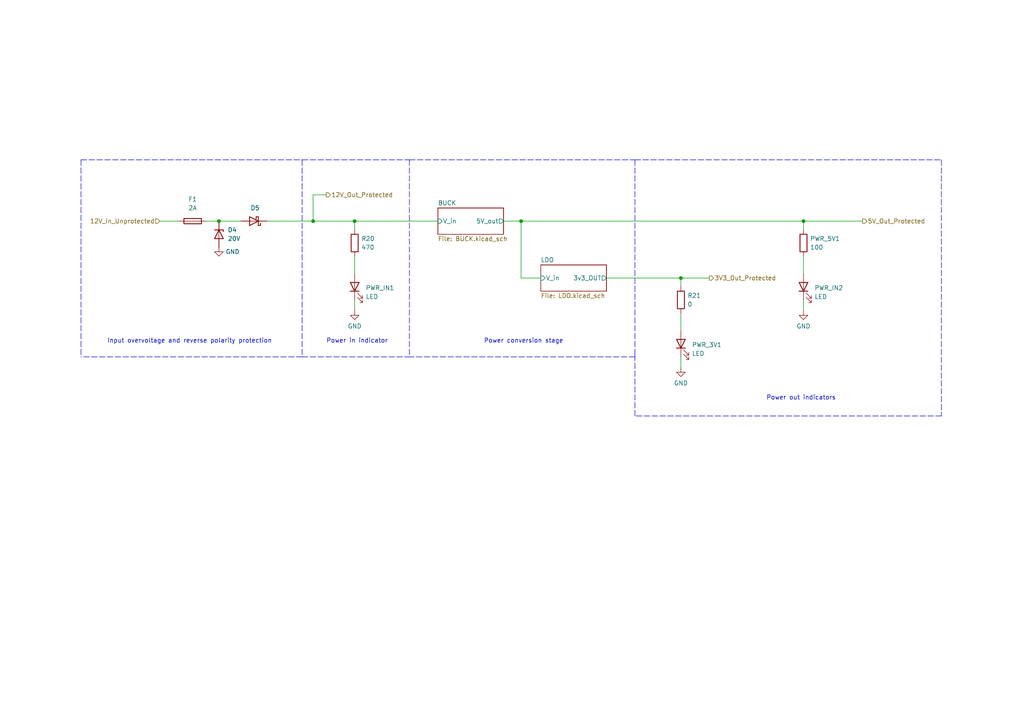
<source format=kicad_sch>
(kicad_sch (version 20211123) (generator eeschema)
  (paper "A4")
  (lib_symbols
    (symbol "Device:D_Schottky" (pin_numbers hide) (pin_names (offset 1.016) hide)
      (property "Reference" "D" (at 0 2.54 0))
      (property "Value" "D_Schottky" (at 0 -2.54 0))
      (symbol "D_Schottky_0_1"
        (polyline (pts (xy 1.27 0) (xy -1.27 0)))
        (polyline (pts (xy 1.27 1.27) (xy 1.27 -1.27) (xy -1.27 0) (xy 1.27 1.27)) (stroke (width 0.254)))
        (polyline (pts (xy -1.905 0.635) (xy -1.905 1.27) (xy -1.27 1.27) (xy -1.27 -1.27) (xy -0.635 -1.27) (xy -0.635 -0.635)) (stroke (width 0.254)))
      )
      (symbol "D_Schottky_1_1"
        (pin passive line (at -3.81 0 0) (length 2.54) (name "K") (number "1"))
        (pin passive line (at 3.81 0 180) (length 2.54) (name "A") (number "2"))
      )
    )
    (symbol "Device:D_Zener" (pin_numbers hide) (pin_names (offset 1.016) hide)
      (property "Reference" "D" (at 0 2.54 0))
      (property "Value" "D_Zener" (at 0 -2.54 0))
      (symbol "D_Zener_0_1"
        (polyline (pts (xy 1.27 0) (xy -1.27 0)))
        (polyline (pts (xy -1.27 -1.27) (xy -1.27 1.27) (xy -0.762 1.27)) (stroke (width 0.254)))
        (polyline (pts (xy 1.27 -1.27) (xy 1.27 1.27) (xy -1.27 0) (xy 1.27 -1.27)) (stroke (width 0.254)))
      )
      (symbol "D_Zener_1_1"
        (pin passive line (at -3.81 0 0) (length 2.54) (name "K") (number "1"))
        (pin passive line (at 3.81 0 180) (length 2.54) (name "A") (number "2"))
      )
    )
    (symbol "Device:Fuse" (pin_numbers hide) (pin_names (offset 0))
      (property "Reference" "F" (at 2.032 0 90))
      (property "Value" "Fuse" (at -1.905 0 90))
      (symbol "Fuse_0_1"
        (rectangle (start -0.762 -2.54) (end 0.762 2.54) (stroke (width 0.254)))
        (polyline (pts (xy 0 2.54) (xy 0 -2.54)))
      )
      (symbol "Fuse_1_1"
        (pin passive line (at 0 3.81 270) (length 1.27) (name "~") (number "1"))
        (pin passive line (at 0 -3.81 90) (length 1.27) (name "~") (number "2"))
      )
    )
    (symbol "Device:LED" (pin_numbers hide) (pin_names (offset 1.016) hide)
      (property "Reference" "D" (at 0 2.54 0))
      (property "Value" "LED" (at 0 -2.54 0))
      (symbol "LED_0_1"
        (polyline (pts (xy -1.27 -1.27) (xy -1.27 1.27)) (stroke (width 0.254)))
        (polyline (pts (xy -1.27 0) (xy 1.27 0)))
        (polyline (pts (xy 1.27 -1.27) (xy 1.27 1.27) (xy -1.27 0) (xy 1.27 -1.27)) (stroke (width 0.254)))
        (polyline (pts (xy -3.048 -0.762) (xy -4.572 -2.286) (xy -3.81 -2.286) (xy -4.572 -2.286) (xy -4.572 -1.524)))
        (polyline (pts (xy -1.778 -0.762) (xy -3.302 -2.286) (xy -2.54 -2.286) (xy -3.302 -2.286) (xy -3.302 -1.524)))
      )
      (symbol "LED_1_1"
        (pin passive line (at -3.81 0 0) (length 2.54) (name "K") (number "1"))
        (pin passive line (at 3.81 0 180) (length 2.54) (name "A") (number "2"))
      )
    )
    (symbol "Device:R" (pin_numbers hide) (pin_names (offset 0))
      (property "Reference" "R" (at 2.032 0 90))
      (property "Value" "R" (at 0 0 90))
      (symbol "R_0_1"
        (rectangle (start -1.016 -2.54) (end 1.016 2.54) (stroke (width 0.254)))
      )
      (symbol "R_1_1"
        (pin passive line (at 0 3.81 270) (length 1.27) (name "~") (number "1"))
        (pin passive line (at 0 -3.81 90) (length 1.27) (name "~") (number "2"))
      )
    )
    (symbol "power:GND" (power) (pin_names (offset 0))
      (property "Value" "GND" (at 0 -3.81 0))
      (symbol "GND_0_1"
        (polyline (pts (xy 0 0) (xy 0 -1.27) (xy 1.27 -1.27) (xy 0 -2.54) (xy -1.27 -1.27) (xy 0 -1.27)))
      )
      (symbol "GND_1_1"
        (pin power_in line (at 0 0 270) (length 0) hide (name "GND") (number "1"))
      )
    )
  )
  (junction (at 90.805 64.135))
  (junction (at 102.87 64.135))
  (junction (at 197.485 80.645))
  (junction (at 63.5 64.135))
  (junction (at 233.045 64.135))
  (junction (at 151.13 64.135))
  (wire (pts (xy 46.355 64.135) (xy 52.07 64.135)))
  (wire (pts (xy 146.05 64.135) (xy 151.13 64.135)))
  (wire (pts (xy 102.87 64.135) (xy 102.87 66.675)))
  (wire (pts (xy 233.045 64.135) (xy 250.19 64.135)))
  (wire (pts (xy 151.13 64.135) (xy 151.13 80.645)))
  (polyline (pts (xy 23.495 46.355) (xy 23.495 103.505)))
  (wire (pts (xy 233.045 86.995) (xy 233.045 90.17)))
  (polyline (pts (xy 87.63 103.505) (xy 118.745 103.505)))
  (polyline (pts (xy 87.63 46.355) (xy 87.63 103.505)))
  (wire (pts (xy 197.485 90.805) (xy 197.485 95.885)))
  (wire (pts (xy 197.485 103.505) (xy 197.485 106.68)))
  (polyline (pts (xy 184.15 103.505) (xy 118.745 103.505)))
  (wire (pts (xy 90.805 64.135) (xy 102.87 64.135)))
  (wire (pts (xy 175.895 80.645) (xy 197.485 80.645)))
  (polyline (pts (xy 118.745 46.355) (xy 184.15 46.355)))
  (wire (pts (xy 151.13 80.645) (xy 156.845 80.645)))
  (polyline (pts (xy 273.05 46.355) (xy 273.05 120.65)))
  (polyline (pts (xy 87.63 46.355) (xy 118.745 46.355)))
  (wire (pts (xy 102.87 74.295) (xy 102.87 79.375)))
  (polyline (pts (xy 273.05 120.65) (xy 184.15 120.65)))
  (polyline (pts (xy 184.15 120.65) (xy 184.15 102.87)))
  (polyline (pts (xy 23.495 46.355) (xy 87.63 46.355)))
  (polyline (pts (xy 184.15 46.355) (xy 273.05 46.355)))
  (polyline (pts (xy 87.63 103.505) (xy 23.495 103.505)))
  (wire (pts (xy 233.045 74.295) (xy 233.045 79.375)))
  (wire (pts (xy 102.87 86.995) (xy 102.87 90.17)))
  (polyline (pts (xy 184.15 46.355) (xy 184.15 103.505)))
  (wire (pts (xy 63.5 64.135) (xy 69.85 64.135)))
  (wire (pts (xy 233.045 64.135) (xy 233.045 66.675)))
  (wire (pts (xy 94.615 56.515) (xy 90.805 56.515)))
  (polyline (pts (xy 118.745 46.355) (xy 118.745 103.505)))
  (wire (pts (xy 77.47 64.135) (xy 90.805 64.135)))
  (wire (pts (xy 102.87 64.135) (xy 127 64.135)))
  (wire (pts (xy 197.485 80.645) (xy 205.74 80.645)))
  (wire (pts (xy 59.69 64.135) (xy 63.5 64.135)))
  (wire (pts (xy 90.805 56.515) (xy 90.805 64.135)))
  (wire (pts (xy 197.485 80.645) (xy 197.485 83.185)))
  (wire (pts (xy 151.13 64.135) (xy 233.045 64.135)))
  (text "Power conversion stage" (at 140.335 99.695 0) (effects (font (size 1.27 1.27)) (justify left bottom)))
  (text "Power out indicators" (at 222.25 116.205 0) (effects (font (size 1.27 1.27)) (justify left bottom)))
  (text "Power in indicator" (at 94.615 99.695 0) (effects (font (size 1.27 1.27)) (justify left bottom)))
  (text "Input overvoltage and reverse polarity protection" (at 31.115 99.695 0) (effects (font (size 1.27 1.27)) (justify left bottom)))
  (hierarchical_label "12V_In_Unprotected" (shape input) (at 46.355 64.135 180))
  (hierarchical_label "12V_Out_Protected" (shape output) (at 94.615 56.515 0))
  (hierarchical_label "3V3_Out_Protected" (shape output) (at 205.74 80.645 0))
  (hierarchical_label "5V_Out_Protected" (shape output) (at 250.19 64.135 0))
  (symbol (lib_id "power:GND") (at 197.485 106.68 0) (unit 1)
    (property "Reference" "#PWR049" (effects hide))
    (property "Value" "GND" (at 197.485 111.125 0))
  )
  (symbol (lib_id "power:GND") (at 233.045 90.17 0) (unit 1)
    (property "Reference" "#PWR050" (effects hide))
    (property "Value" "GND" (at 233.045 94.615 0))
  )
  (symbol (lib_id "Device:R") (at 233.045 70.485 0) (unit 1)
    (property "Reference" "PWR_5V1" (at 234.95 69.2149 0) (effects (justify left)))
    (property "Value" "100" (at 234.95 71.7549 0) (effects (justify left)))
    (property "Footprint" "Resistor_SMD:R_0201_0603Metric_Pad0.64x0.40mm_HandSolder" (effects hide))
  )
  (symbol (lib_id "Device:R") (at 102.87 70.485 0) (unit 1)
    (property "Reference" "R20" (at 104.775 69.2149 0) (effects (justify left)))
    (property "Value" "470" (at 104.775 71.7549 0) (effects (justify left)))
    (property "Footprint" "Resistor_SMD:R_0201_0603Metric_Pad0.64x0.40mm_HandSolder" (effects hide))
  )
  (symbol (lib_id "power:GND") (at 63.5 71.755 0) (unit 1)
    (property "Reference" "#PWR047" (effects hide))
    (property "Value" "GND" (at 65.405 73.0249 0) (effects (justify left)))
  )
  (symbol (lib_id "Device:LED") (at 102.87 83.185 90) (unit 1)
    (property "Reference" "PWR_IN1" (at 106.045 83.5024 90) (effects (justify right)))
    (property "Value" "LED" (at 106.045 86.0424 90) (effects (justify right)))
    (property "Footprint" "LED_SMD:LED_0603_1608Metric_Pad1.05x0.95mm_HandSolder" (effects hide))
    (property "Datasheet" "https://datasheet.lcsc.com/lcsc/1811101510_Everlight-Elec-19-217-GHC-YR1S2-3T_C72043.pdf" (effects hide))
  )
  (symbol (lib_id "Device:LED") (at 197.485 99.695 90) (unit 1)
    (property "Reference" "PWR_3V1" (at 200.66 100.0124 90) (effects (justify right)))
    (property "Value" "LED" (at 200.66 102.5524 90) (effects (justify right)))
    (property "Footprint" "LED_SMD:LED_0603_1608Metric_Pad1.05x0.95mm_HandSolder" (effects hide))
    (property "Datasheet" "https://datasheet.lcsc.com/lcsc/1811101510_Everlight-Elec-19-217-GHC-YR1S2-3T_C72043.pdf" (effects hide))
  )
  (symbol (lib_id "Device:D_Schottky") (at 73.66 64.135 180) (unit 1)
    (property "Reference" "D5" (at 73.9775 60.325 0))
    (property "Value" "0.7dV" (effects hide))
    (property "Footprint" "Diode_SMD:D_0603_1608Metric_Pad1.05x0.95mm_HandSolder" (effects hide))
  )
  (symbol (lib_id "Device:R") (at 197.485 86.995 0) (unit 1)
    (property "Reference" "R21" (at 199.39 85.7249 0) (effects (justify left)))
    (property "Value" "0" (at 199.39 88.2649 0) (effects (justify left)))
    (property "Footprint" "Resistor_SMD:R_0201_0603Metric_Pad0.64x0.40mm_HandSolder" (effects hide))
  )
  (symbol (lib_id "power:GND") (at 102.87 90.17 0) (unit 1)
    (property "Reference" "#PWR048" (effects hide))
    (property "Value" "GND" (at 102.87 94.615 0))
  )
  (symbol (lib_id "Device:Fuse") (at 55.88 64.135 270) (unit 1)
    (property "Reference" "F1" (at 55.88 57.785 90))
    (property "Value" "2A" (at 55.88 60.325 90))
    (property "Footprint" "Fuse:Fuse_0603_1608Metric_Pad1.05x0.95mm_HandSolder" (effects hide))
  )
  (symbol (lib_id "Device:LED") (at 233.045 83.185 90) (unit 1)
    (property "Reference" "PWR_IN2" (at 236.22 83.5024 90) (effects (justify right)))
    (property "Value" "LED" (at 236.22 86.0424 90) (effects (justify right)))
    (property "Footprint" "LED_SMD:LED_0603_1608Metric_Pad1.05x0.95mm_HandSolder" (effects hide))
    (property "Datasheet" "https://datasheet.lcsc.com/lcsc/1811101510_Everlight-Elec-19-217-GHC-YR1S2-3T_C72043.pdf" (effects hide))
  )
  (symbol (lib_id "Device:D_Zener") (at 63.5 67.945 270) (unit 1)
    (property "Reference" "D4" (at 66.04 66.6749 90) (effects (justify left)))
    (property "Value" "20V" (at 66.04 69.2149 90) (effects (justify left)))
    (property "Footprint" "Diode_SMD:D_0603_1608Metric_Pad1.05x0.95mm_HandSolder" (effects hide))
  )
  (sheet (at 127 60.325) (size 19.05 7.62) (stroke (width 0.1524))
    (property "Sheet name" "BUCK" (at 127 59.6134 0) (effects (justify left bottom)))
    (property "Sheet file" "BUCK.kicad_sch" (at 127 68.5296 0) (effects (justify left top)))
    (pin "V_in" input (at 127 64.135 180))
    (pin "5V_out" output (at 146.05 64.135 0))
  )
  (sheet (at 156.845 76.835) (size 19.05 7.62) (stroke (width 0.1524))
    (property "Sheet name" "LDO" (at 156.845 76.1234 0) (effects (justify left bottom)))
    (property "Sheet file" "LDO.kicad_sch" (at 156.845 85.0396 0) (effects (justify left top)))
    (pin "V_in" input (at 156.845 80.645 180))
    (pin "3v3_OUT" output (at 175.895 80.645 0))
  )
)
</source>
